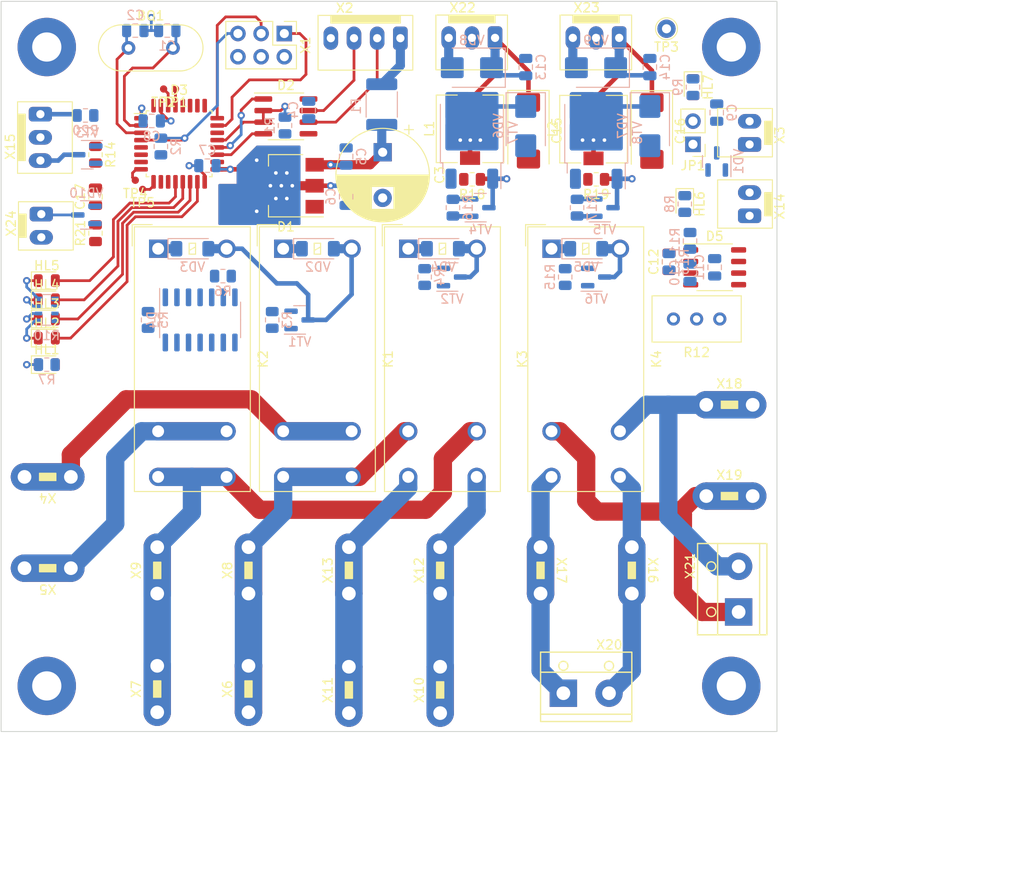
<source format=kicad_pcb>
(kicad_pcb (version 20221018) (generator pcbnew)

  (general
    (thickness 1.6)
  )

  (paper "A4")
  (layers
    (0 "F.Cu" signal)
    (31 "B.Cu" signal)
    (32 "B.Adhes" user "B.Adhesive")
    (33 "F.Adhes" user "F.Adhesive")
    (34 "B.Paste" user)
    (35 "F.Paste" user)
    (36 "B.SilkS" user "B.Silkscreen")
    (37 "F.SilkS" user "F.Silkscreen")
    (38 "B.Mask" user)
    (39 "F.Mask" user)
    (40 "Dwgs.User" user "User.Drawings")
    (41 "Cmts.User" user "User.Comments")
    (42 "Eco1.User" user "User.Eco1")
    (43 "Eco2.User" user "User.Eco2")
    (44 "Edge.Cuts" user)
    (45 "Margin" user)
    (46 "B.CrtYd" user "B.Courtyard")
    (47 "F.CrtYd" user "F.Courtyard")
    (48 "B.Fab" user)
    (49 "F.Fab" user)
    (50 "User.1" user)
    (51 "User.2" user)
    (52 "User.3" user)
    (53 "User.4" user)
    (54 "User.5" user)
    (55 "User.6" user)
    (56 "User.7" user)
    (57 "User.8" user)
    (58 "User.9" user)
  )

  (setup
    (pad_to_mask_clearance 0)
    (pcbplotparams
      (layerselection 0x00010fc_ffffffff)
      (plot_on_all_layers_selection 0x0000000_00000000)
      (disableapertmacros false)
      (usegerberextensions false)
      (usegerberattributes true)
      (usegerberadvancedattributes true)
      (creategerberjobfile true)
      (dashed_line_dash_ratio 12.000000)
      (dashed_line_gap_ratio 3.000000)
      (svgprecision 4)
      (plotframeref false)
      (viasonmask false)
      (mode 1)
      (useauxorigin false)
      (hpglpennumber 1)
      (hpglpenspeed 20)
      (hpglpendiameter 15.000000)
      (dxfpolygonmode true)
      (dxfimperialunits true)
      (dxfusepcbnewfont true)
      (psnegative false)
      (psa4output false)
      (plotreference true)
      (plotvalue true)
      (plotinvisibletext false)
      (sketchpadsonfab false)
      (subtractmaskfromsilk false)
      (outputformat 1)
      (mirror false)
      (drillshape 1)
      (scaleselection 1)
      (outputdirectory "")
    )
  )

  (net 0 "")
  (net 1 "Net-(D3-PF1)")
  (net 2 "Net-(D3-PF0)")
  (net 3 "GND")
  (net 4 "+12V")
  (net 5 "+3V3")
  (net 6 "E_STOP")
  (net 7 "Net-(D5A--)")
  (net 8 "Net-(D5A-+)")
  (net 9 "WATER")
  (net 10 "Net-(VD8-K)")
  (net 11 "Net-(VD9-K)")
  (net 12 "LIGHTS_SW")
  (net 13 "U1_RX")
  (net 14 "TXEN")
  (net 15 "U1_TX")
  (net 16 "Net-(D2-A)")
  (net 17 "Net-(D2-B)")
  (net 18 "RESET")
  (net 19 "Net-(D3-PA2)")
  (net 20 "Net-(D3-PA3)")
  (net 21 "LIGHTS")
  (net 22 "RL_EN")
  (net 23 "LED_AUX")
  (net 24 "LED_MAIN")
  (net 25 "LED_ERR")
  (net 26 "LED_ACT")
  (net 27 "unconnected-(D3-PA12-Pad22)")
  (net 28 "SWDIO")
  (net 29 "SWCLK")
  (net 30 "RL_AUX")
  (net 31 "RL_MAIN_uC")
  (net 32 "MOTOR1")
  (net 33 "MOTOR2")
  (net 34 "Net-(D3-PB6)")
  (net 35 "Net-(D3-PB7)")
  (net 36 "Net-(D4A-B)")
  (net 37 "LED_STOP")
  (net 38 "Net-(D4D-A)")
  (net 39 "RL_MAIN")
  (net 40 "Net-(X2-Pin_1)")
  (net 41 "unconnected-(H1-Pad1)")
  (net 42 "unconnected-(H2-Pad1)")
  (net 43 "unconnected-(H3-Pad1)")
  (net 44 "Net-(HL1-K)")
  (net 45 "Net-(HL2-K)")
  (net 46 "Net-(HL3-K)")
  (net 47 "Net-(HL4-K)")
  (net 48 "Net-(HL5-K)")
  (net 49 "Net-(HL6-K)")
  (net 50 "Net-(HL7-K)")
  (net 51 "/L_IN")
  (net 52 "/L_MAIN")
  (net 53 "Net-(VD2-A)")
  (net 54 "/N_IN")
  (net 55 "/N_MAIN")
  (net 56 "/L_AUX")
  (net 57 "/N_AUX")
  (net 58 "Net-(VD4-A)")
  (net 59 "Net-(X18-Pin_1)")
  (net 60 "Net-(X17-Pin_1)")
  (net 61 "Net-(X19-Pin_1)")
  (net 62 "Net-(X16-Pin_1)")
  (net 63 "Net-(VD5-A)")
  (net 64 "Net-(VD6-K)")
  (net 65 "Net-(VD7-K)")
  (net 66 "Net-(VT4-D)")
  (net 67 "Net-(VT5-D)")
  (net 68 "Net-(X15-Pin_1)")
  (net 69 "Net-(VT3-D)")
  (net 70 "unconnected-(X1-Pin_4-Pad4)")
  (net 71 "unconnected-(X15-Pin_2-Pad2)")
  (net 72 "unconnected-(X22-Pin_2-Pad2)")
  (net 73 "unconnected-(X23-Pin_2-Pad2)")

  (footprint "Package_SO:SOIC-8_3.9x4.9mm_P1.27mm" (layer "F.Cu") (at 71.2 42.599998))

  (footprint "Relay_THT:Relay_SPST_Omron_G2RL-1A-E" (layer "F.Cu") (at 57.2 57.1))

  (footprint "Ecohim:Connector_TAB_6.35mm" (layer "F.Cu") (at 57.1 92.34 90))

  (footprint "Capacitor_SMD:C_0805_2012Metric" (layer "F.Cu") (at 113.175 58.535 90))

  (footprint "LED_SMD:LED_0805_2012Metric" (layer "F.Cu") (at 45.000001 62.7))

  (footprint "Ecohim:TestPoint_Pad_D0.8mm_no_circle" (layer "F.Cu") (at 59.100001 39.6 180))

  (footprint "Ecohim:DS1070-3_WF-3_CONNFLY" (layer "F.Cu") (at 89.034999 34))

  (footprint "LED_SMD:LED_0805_2012Metric" (layer "F.Cu") (at 45 60.600001))

  (footprint "Resistor_SMD:R_0805_2012Metric" (layer "F.Cu") (at 50.3375 55.4 90))

  (footprint "Ecohim:Connector_TAB_6.35mm" (layer "F.Cu") (at 88.1 92.34 90))

  (footprint "LED_SMD:LED_0805_2012Metric" (layer "F.Cu") (at 45.000001 66.9))

  (footprint "Capacitor_SMD:C_0805_2012Metric" (layer "F.Cu") (at 50.3375 51.4 90))

  (footprint "Ecohim:Connector_TAB_6.35mm" (layer "F.Cu") (at 78.1 105.44 90))

  (footprint "Ecohim:TestPoint_Pad_D0.8mm_no_circle" (layer "F.Cu") (at 54.7 49.6 180))

  (footprint "Ecohim:Connector_TAB_6.35mm" (layer "F.Cu") (at 88.1 105.44 90))

  (footprint "Ecohim:Connector_TAB_6.35mm" (layer "F.Cu") (at 67.1 92.34 90))

  (footprint "Ecohim:Connector_TAB_6.35mm" (layer "F.Cu") (at 109.1 92.339999 -90))

  (footprint "Ecohim:TerminalBlock_KLS2-301-5.00-02P" (layer "F.Cu") (at 120.8 94.4 90))

  (footprint "Relay_THT:Relay_DPST_Omron_G2RL-2A" (layer "F.Cu") (at 100.3 57.1))

  (footprint "Ecohim:TestPoint_Pad_D0.8mm_no_circle" (layer "F.Cu") (at 57.8 39.6 180))

  (footprint "Connector_PinHeader_2.54mm:PinHeader_2x03_P2.54mm_Vertical" (layer "F.Cu") (at 71.025 33.525 -90))

  (footprint "MountingHole:MountingHole_3.2mm_M3_Pad" (layer "F.Cu") (at 45 105))

  (footprint "LED_SMD:LED_0805_2012Metric" (layer "F.Cu") (at 45 69.8))

  (footprint "Ecohim:Connector_TAB_6.35mm" (layer "F.Cu") (at 119.8 74.2))

  (footprint "Ecohim:Connector_TAB_6.35mm" (layer "F.Cu") (at 78.1 92.34 90))

  (footprint "Package_TO_SOT_SMD:SOT-223-3_TabPin2" (layer "F.Cu") (at 71.2 50.2 180))

  (footprint "Resistor_SMD:R_0805_2012Metric" (layer "F.Cu") (at 105.2 49.500001 180))

  (footprint "MountingHole:MountingHole_3.2mm_M3_Pad" (layer "F.Cu") (at 120 105))

  (footprint "Resistor_SMD:R_0805_2012Metric" (layer "F.Cu") (at 91.6 49.5 180))

  (footprint "MountingHole:MountingHole_3.2mm_M3_Pad" (layer "F.Cu") (at 45 35))

  (footprint "Ecohim:TestPoint_Pad_D0.8mm_no_circle" (layer "F.Cu") (at 55.5 50.6 180))

  (footprint "Ecohim:TerminalBlock_KLS2-301-5.00-02P" (layer "F.Cu") (at 104.1 105.8))

  (footprint "Ecohim:Connector_TAB_6.35mm" (layer "F.Cu") (at 57.1 105.34 90))

  (footprint "LED_SMD:LED_0805_2012Metric" (layer "F.Cu") (at 115.8 39.4 -90))

  (footprint "LED_SMD:LED_0805_2012Metric" (layer "F.Cu") (at 45 64.8))

  (footprint "Potentiometer_THT:Potentiometer_Bourns_3296W_Vertical" (layer "F.Cu") (at 113.66 64.8 180))

  (footprint "Ecohim:DS1070-3_WF-3_CONNFLY" (layer "F.Cu") (at 102.635001 34))

  (footprint "TestPoint:TestPoint_THTPad_D2.0mm_Drill1.0mm" (layer "F.Cu") (at 112.9 33 180))

  (footprint "Ecohim:L_7.3x7.3_H4.5" (layer "F.Cu") (at 91.375 43.965 90))

  (footprint "Ecohim:Connector_TAB_6.35mm" (layer "F.Cu") (at 99.1 92.34 -90))

  (footprint "Relay_THT:Relay_DPST_Omron_G2RL-2A" (layer "F.Cu") (at 84.6 57.1))

  (footprint "Capacitor_Tantalum_SMD:CP_EIA-7343-31_Kemet-D" (layer "F.Cu") (at 111.3 44.2 -90))

  (footprint "Ecohim:DS1070-2_WF-2_CONNFLY" (layer "F.Cu") (at 122 50.95 -90))

  (footprint "Capacitor_Tantalum_SMD:CP_EIA-7343-31_Kemet-D" (layer "F.Cu") (at 97.775 44.165 -90))

  (footprint "MountingHole:MountingHole_3.2mm_M3_Pad" (layer "F.Cu") (at 120 35))

  (footprint "Ecohim:Connector_TAB_6.35mm" (layer "F.Cu") (at 67.1 105.34 90))

  (footprint "Package_SO:SOP-8_3.9x4.9mm_P1.27mm" (layer "F.Cu") (at 118.175 59.135))

  (footprint "Resistor_SMD:R_0805_2012Metric" (layer "F.Cu") (at 50.3375 46.8 -90))

  (footprint "Ecohim:Connector_TAB_6.35mm" (layer "F.Cu") (at 45.1 82.1 180))

  (footprint "Capacitor_THT:CP_Radial_D10.0mm_P5.00mm" (layer "F.Cu") (at 81.8 46.532323 -90))

  (footprint "Package_QFP:LQFP-32_7x7mm_P0.8mm" (layer "F.Cu") (at 59.5 45.6))

  (footprint "Ecohim:Connector_TAB_6.35mm" (layer "F.Cu")
    (tstamp e0b4425b-e5ad-4dc4-9b65-aaa38b02e47d)
    (at 119.8 84.2)
    (descr "Tab 6.35mm x 0.8mm blade connector")
    (tags "faston, tab, 6.35, 6.3, blade")
    (property "Label" "Pump L")
    (property "Sheetfile" "RS485_Relay_V2R1.kicad_sch")
    (property "Sheetname" "")
    (property "ki_description" "Generic connector, single row, 01x01, script generated (kicad-library-utils/schlib/autogen/connector/)")
    (property "ki_keywords" "connector")
    (path "/f4c1eb96-c2d8-41cd-9402-65900eff3135")
    (attr through_hole)
    (fp_text reference "X19" (at 0 -2.3 unlocked) (layer "F.SilkS")
        (effects (font (size 1 1) (thickness 0.15)))
      (tstamp 6ac1211b-91c7-4966-a9d9-6d1ed30a9e71)
    )
    (fp_text value "Blade 6mm" (at 0 2.6 unlocked) (layer "F.Fab")
        (effects (font (size 1 1) (thickness 0.15)))
      (tstamp d862065c-2de4-4174-a2b3-54f693eb0aad)
    )
    (fp_text user "${REFERENCE}" (at 0 4.1 unlocked) (layer "F.Fab")
        (effects (font (size 1 1) (thickness 0.15)))
      (tstamp 30226402-7133-47e3-9c2d-bca65e059b7f)
    )
    (fp_rect (start -0.9 -0.4) (end 0.9 0.4)
      (stroke (width 0.12) (type solid)) (fill solid) (layer "F.SilkS
... [274827 chars truncated]
</source>
